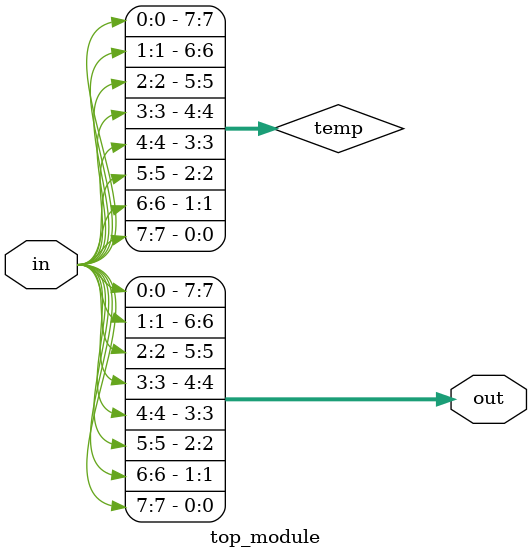
<source format=v>
module top_module(
    input  [7:0] in,
    output [7:0] out
);
// Your codes should start from here.
    reg [7:0] temp;

    always @ (*) begin
        temp[7] = in[0];
        temp[6] = in[1];
        temp[5] = in[2];
        temp[4] = in[3];
        temp[3] = in[4];
        temp[2] = in[5];
        temp[1] = in[6];
        temp[0] = in[7];
    end

    assign out = temp;
// End of your codes.
endmodule
</source>
